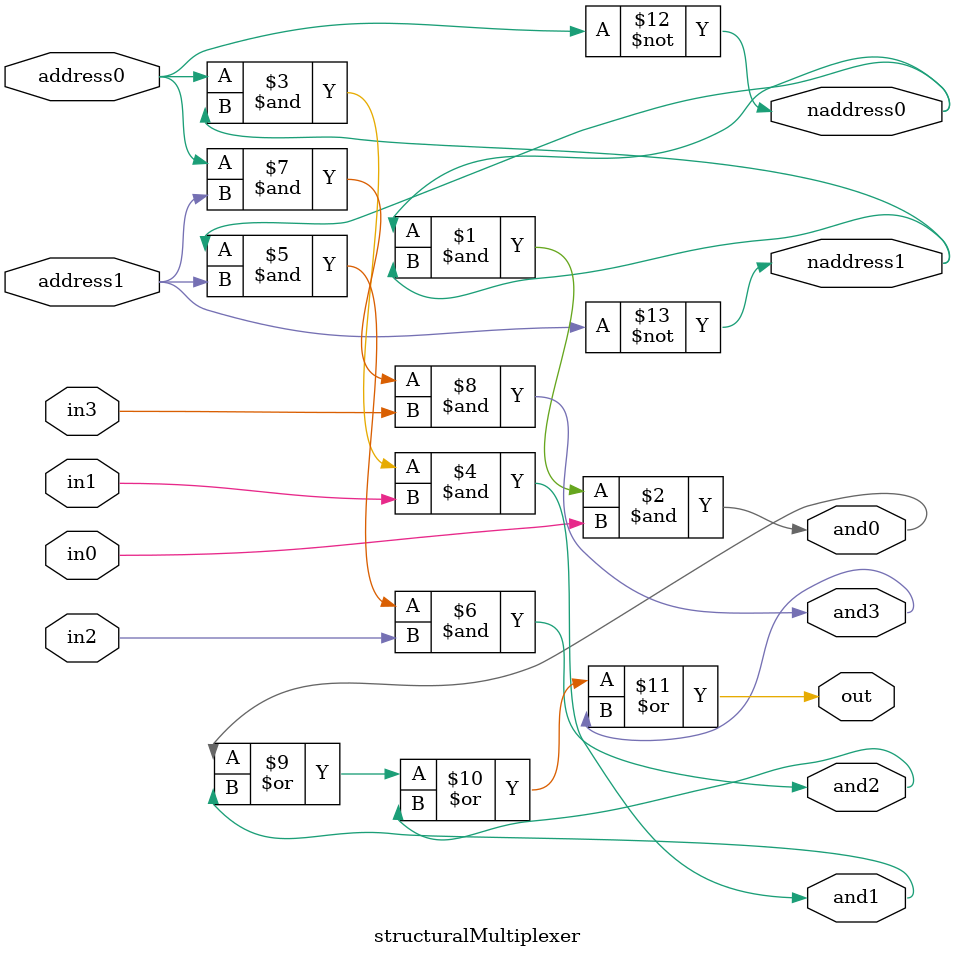
<source format=v>
`define AND and #50
`define OR or #50
`define NOT not #50

module behavioralMultiplexer
(
    output out,
    input address0, address1,
    input in0, in1, in2, in3
);
    // Join single-bit inputs into a bus, use address as index
    wire[3:0] inputs = {in3, in2, in1, in0};
    wire[1:0] address = {address1, address0};
    assign out = inputs[address];
endmodule


module structuralMultiplexer
(
    output out,
    input address0, address1,
    input in0, in1, in2, in3,
    output naddress0,         // Output intermediate complemented inputs
    output naddress1,
    output and0,and1,and2,and3
);
    // My decoder code here
    wire naddress0;
    wire naddress1;
    not A0inv(naddress0, address0);  	// Top inverter is named A0inv, takes signal A0 as input and produces signal nA0
    not A1inv(naddress1, address1);
    and andgate(and0,naddress0,naddress1,in0);
    and andgate(and1,address0,naddress1,in1);
    and andgate(and2,naddress0,address1,in2);
    and andgate(and3,address0,address1,in3);
    or orgate(out,and0,and1,and2,and3);

endmodule

</source>
